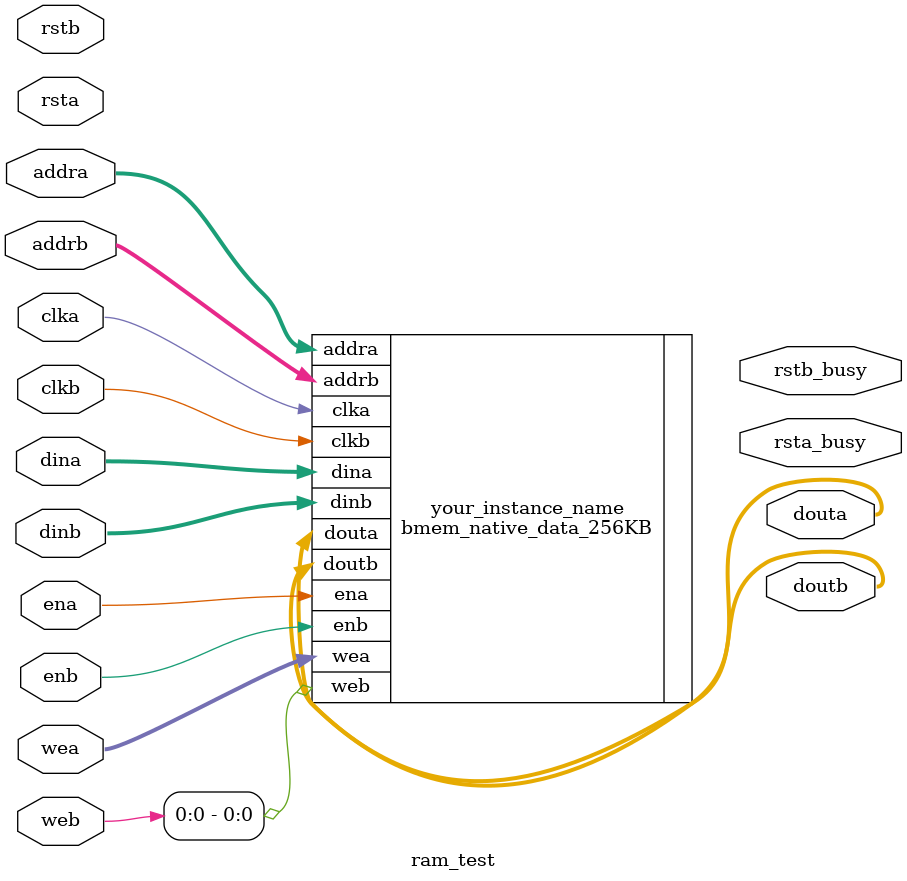
<source format=v>
`timescale 1ns / 1ps


module ram_test(
    input wire clka,
    input wire rsta,
    input wire ena,
    input wire [3 : 0] wea,
    input wire [31 : 0] addra,
    input wire [31 : 0] dina,
    output wire [31 : 0] douta,
    input wire clkb,
    input wire rstb,
    input wire enb,
    input wire [3 : 0] web,
    input wire [31 : 0] addrb,
    input wire [31 : 0] dinb,
    output wire [31 : 0] doutb,
    output wire rsta_busy,
    output wire rstb_busy

    );



bmem_native_data_256KB your_instance_name (
  .clka(clka),    // input wire clka
  .ena(ena),      // input wire ena
  .wea(wea),      // input wire [0 : 0] wea
  .addra(addra),  // input wire [15 : 0] addra
  .dina(dina),    // input wire [31 : 0] dina
  .douta(douta),  // output wire [31 : 0] douta
  .clkb(clkb),    // input wire clkb
  .enb(enb[0]),      // input wire enb
  .web(web[0]),      // input wire [0 : 0] web
  .addrb(addrb),  // input wire [15 : 0] addrb
  .dinb(dinb),    // input wire [31 : 0] dinb
  .doutb(doutb)  // output wire [31 : 0] doutb
);
endmodule

</source>
